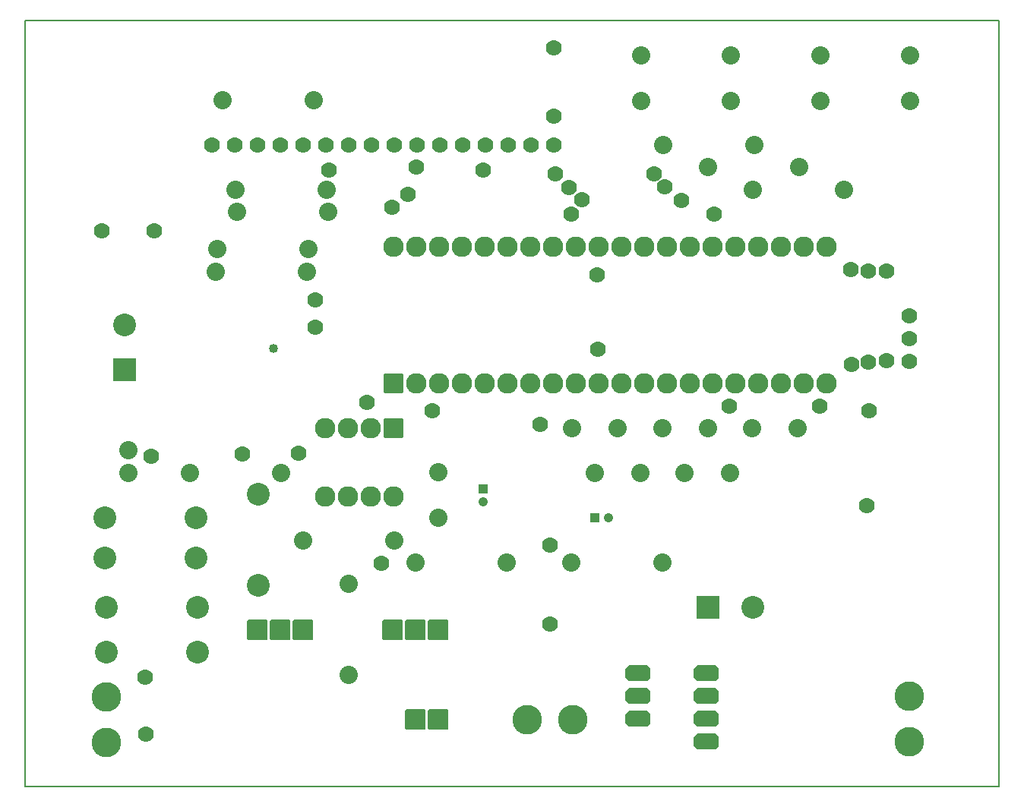
<source format=gbr>
G04 PROTEUS RS274X GERBER FILE*
%FSLAX45Y45*%
%MOMM*%
G01*
%ADD31C,1.016000*%
%ADD70C,1.778000*%
%AMPPAD026*
4,1,36,
-0.952500,1.079500,
0.952500,1.079500,
0.978470,1.076970,
1.002480,1.069700,
1.024080,1.058150,
1.042790,1.042790,
1.058150,1.024070,
1.069700,1.002480,
1.076970,0.978470,
1.079500,0.952500,
1.079500,-0.952500,
1.076970,-0.978470,
1.069700,-1.002480,
1.058150,-1.024070,
1.042790,-1.042790,
1.024080,-1.058150,
1.002480,-1.069700,
0.978470,-1.076970,
0.952500,-1.079500,
-0.952500,-1.079500,
-0.978470,-1.076970,
-1.002480,-1.069700,
-1.024080,-1.058150,
-1.042790,-1.042790,
-1.058150,-1.024070,
-1.069700,-1.002480,
-1.076970,-0.978470,
-1.079500,-0.952500,
-1.079500,0.952500,
-1.076970,0.978470,
-1.069700,1.002480,
-1.058150,1.024070,
-1.042790,1.042790,
-1.024080,1.058150,
-1.002480,1.069700,
-0.978470,1.076970,
-0.952500,1.079500,
0*%
%ADD32PPAD026*%
%ADD23C,2.286000*%
%ADD33C,3.302000*%
%AMPPAD028*
4,1,8,
-1.397000,-0.509800,
-1.397000,0.509800,
-1.017800,0.889000,
1.017800,0.889000,
1.397000,0.509800,
1.397000,-0.509800,
1.017800,-0.889000,
-1.017800,-0.889000,
-1.397000,-0.509800,
0*%
%ADD34PPAD028*%
%ADD17C,2.032000*%
%AMPPAD029*
4,1,4,
-0.525000,0.525000,
0.525000,0.525000,
0.525000,-0.525000,
-0.525000,-0.525000,
-0.525000,0.525000,
0*%
%ADD35PPAD029*%
%ADD21C,1.050000*%
%AMPPAD030*
4,1,36,
1.016000,-1.143000,
-1.016000,-1.143000,
-1.041970,-1.140470,
-1.065980,-1.133200,
-1.087580,-1.121650,
-1.106290,-1.106290,
-1.121650,-1.087570,
-1.133200,-1.065980,
-1.140470,-1.041970,
-1.143000,-1.016000,
-1.143000,1.016000,
-1.140470,1.041970,
-1.133200,1.065980,
-1.121650,1.087570,
-1.106290,1.106290,
-1.087580,1.121650,
-1.065980,1.133200,
-1.041970,1.140470,
-1.016000,1.143000,
1.016000,1.143000,
1.041970,1.140470,
1.065980,1.133200,
1.087580,1.121650,
1.106290,1.106290,
1.121650,1.087570,
1.133200,1.065980,
1.140470,1.041970,
1.143000,1.016000,
1.143000,-1.016000,
1.140470,-1.041970,
1.133200,-1.065980,
1.121650,-1.087570,
1.106290,-1.106290,
1.087580,-1.121650,
1.065980,-1.133200,
1.041970,-1.140470,
1.016000,-1.143000,
0*%
%ADD36PPAD030*%
%ADD37C,2.540000*%
%AMPPAD032*
4,1,36,
-1.143000,1.270000,
1.143000,1.270000,
1.168970,1.267470,
1.192980,1.260200,
1.214580,1.248650,
1.233290,1.233290,
1.248650,1.214570,
1.260200,1.192980,
1.267470,1.168970,
1.270000,1.143000,
1.270000,-1.143000,
1.267470,-1.168970,
1.260200,-1.192980,
1.248650,-1.214570,
1.233290,-1.233290,
1.214580,-1.248650,
1.192980,-1.260200,
1.168970,-1.267470,
1.143000,-1.270000,
-1.143000,-1.270000,
-1.168970,-1.267470,
-1.192980,-1.260200,
-1.214580,-1.248650,
-1.233290,-1.233290,
-1.248650,-1.214570,
-1.260200,-1.192980,
-1.267470,-1.168970,
-1.270000,-1.143000,
-1.270000,1.143000,
-1.267470,1.168970,
-1.260200,1.192980,
-1.248650,1.214570,
-1.233290,1.233290,
-1.214580,1.248650,
-1.192980,1.260200,
-1.168970,1.267470,
-1.143000,1.270000,
0*%
%ADD38PPAD032*%
%ADD25C,0.203200*%
D31*
X-7078860Y+7838661D03*
D70*
X-7094910Y+7838661D03*
X-6028367Y+7843888D03*
X-5475383Y+7541906D03*
X-7067541Y+7541906D03*
X-8894910Y+7762530D03*
X-9772614Y+8031800D03*
X-5840219Y+7692325D03*
X-6948202Y+7697551D03*
X-8050280Y+8026740D03*
X-8794910Y+8062530D03*
D31*
X-10393245Y+6040330D03*
D70*
X-6779422Y+6861107D03*
X-3555910Y+6901530D03*
X-3555910Y+5901530D03*
X-3951805Y+6917609D03*
X-3943966Y+5859277D03*
X-4305910Y+5401530D03*
X-5305910Y+5401530D03*
X-3758873Y+6904986D03*
X-3758873Y+5885851D03*
D31*
X-3751034Y+5878012D03*
D70*
X-3751034Y+5344926D03*
D31*
X-3743194Y+5337086D03*
D70*
X-3774552Y+4286592D03*
X-7311413Y+2964758D03*
X-7304694Y+3851741D03*
X-7267579Y+8629786D03*
X-7262804Y+9393695D03*
X-6150000Y+7984999D03*
X-7250000Y+7984999D03*
X-11813010Y+1736803D03*
X-11819175Y+2377967D03*
D31*
X-9928340Y+6283127D03*
D70*
X-9928340Y+6274307D03*
X-9346257Y+5436460D03*
X-8623062Y+5348266D03*
X-7414799Y+5198335D03*
X-9070058Y+7612530D03*
X-9926360Y+6583132D03*
X-6778128Y+6029312D03*
X-11751238Y+4838174D03*
X-10739130Y+4864093D03*
X-10108463Y+4868683D03*
X-9185221Y+3642028D03*
D31*
X-11717586Y+7346575D03*
D70*
X-12300000Y+7350000D03*
X-11721011Y+7350000D03*
X-11072910Y+8312530D03*
X-10818910Y+8312530D03*
X-10564910Y+8312530D03*
X-10310910Y+8312530D03*
X-10056910Y+8312530D03*
X-9802910Y+8312530D03*
X-9548910Y+8312530D03*
X-9294910Y+8312530D03*
X-9040910Y+8312530D03*
X-8786910Y+8312530D03*
X-8532910Y+8312530D03*
X-8278910Y+8312530D03*
X-8024910Y+8312530D03*
X-7770910Y+8312530D03*
X-7516910Y+8312530D03*
X-7262910Y+8312530D03*
D32*
X-9055910Y+5651530D03*
D23*
X-8801910Y+5651530D03*
X-8547910Y+5651530D03*
X-8293910Y+5651530D03*
X-8039910Y+5651530D03*
X-7785910Y+5651530D03*
X-7531910Y+5651530D03*
X-7277910Y+5651530D03*
X-7023910Y+5651530D03*
X-6769910Y+5651530D03*
X-6515910Y+5651530D03*
X-6261910Y+5651530D03*
X-6007910Y+5651530D03*
X-5753910Y+5651530D03*
X-5499910Y+5651530D03*
X-5245910Y+5651530D03*
X-4991910Y+5651530D03*
X-4737910Y+5651530D03*
X-4483910Y+5651530D03*
X-4229910Y+5651530D03*
X-4229910Y+7175530D03*
X-4483910Y+7175530D03*
X-4737910Y+7175530D03*
X-4991910Y+7175530D03*
X-5245910Y+7175530D03*
X-5499910Y+7175530D03*
X-5753910Y+7175530D03*
X-6007910Y+7175530D03*
X-6261910Y+7175530D03*
X-6515910Y+7175530D03*
X-6769910Y+7175530D03*
X-7023910Y+7175530D03*
X-7277910Y+7175530D03*
X-7531910Y+7175530D03*
X-7785910Y+7175530D03*
X-8039910Y+7175530D03*
X-8293910Y+7175530D03*
X-8547910Y+7175530D03*
X-8801910Y+7175530D03*
X-9055910Y+7175530D03*
D33*
X-12255910Y+2151530D03*
X-12255910Y+1643530D03*
D70*
X-3305910Y+5897530D03*
X-3305910Y+6151530D03*
X-3305910Y+6405530D03*
D34*
X-5567910Y+1655530D03*
X-5567910Y+1909530D03*
X-5567910Y+2163530D03*
X-5567910Y+2417530D03*
X-6329910Y+2417530D03*
X-6329910Y+2163530D03*
X-6329910Y+1909530D03*
D17*
X-6294910Y+9312530D03*
X-6294910Y+8804530D03*
X-3294910Y+9312530D03*
X-3294910Y+8804530D03*
X-5294910Y+9312530D03*
X-5294910Y+8804530D03*
X-4294910Y+9312530D03*
X-4294910Y+8804530D03*
X-6805910Y+4651530D03*
X-6297910Y+4651530D03*
X-6555910Y+5151530D03*
X-7063910Y+5151530D03*
X-6055910Y+5151530D03*
X-5547910Y+5151530D03*
X-5805910Y+4651530D03*
X-5297910Y+4651530D03*
X-5055910Y+5151530D03*
X-4547910Y+5151530D03*
D35*
X-6805910Y+4151530D03*
D21*
X-6655910Y+4151530D03*
D17*
X-10794910Y+7562530D03*
X-9778910Y+7562530D03*
X-11016000Y+7150000D03*
X-10000000Y+7150000D03*
X-9794910Y+7812530D03*
X-10810910Y+7812530D03*
X-9944910Y+8812530D03*
X-10960910Y+8812530D03*
X-6044910Y+8312530D03*
X-5028910Y+8312530D03*
X-5544910Y+8062530D03*
X-4528910Y+8062530D03*
X-5044910Y+7812530D03*
X-4028910Y+7812530D03*
X-10015459Y+6900000D03*
X-11031459Y+6900000D03*
D33*
X-3305910Y+1651530D03*
X-3305910Y+2159530D03*
X-7055910Y+1901530D03*
X-7563910Y+1901530D03*
D36*
X-8555910Y+2901530D03*
X-8809910Y+2901530D03*
X-9063910Y+2901530D03*
X-10055910Y+2901530D03*
X-10309910Y+2901530D03*
X-10563910Y+2901530D03*
D32*
X-9055910Y+5151530D03*
D23*
X-9309910Y+5151530D03*
X-9563910Y+5151530D03*
X-9817910Y+5151530D03*
X-9817910Y+4389530D03*
X-9563910Y+4389530D03*
X-9309910Y+4389530D03*
X-9055910Y+4389530D03*
D17*
X-12005910Y+4651530D03*
X-12005910Y+4905530D03*
X-8555910Y+4151530D03*
X-8555910Y+4659530D03*
D35*
X-8055910Y+4476530D03*
D21*
X-8055910Y+4326530D03*
D17*
X-10055910Y+3901530D03*
X-9039910Y+3901530D03*
X-10305910Y+4651530D03*
X-11321910Y+4651530D03*
X-6055910Y+3651530D03*
X-7071910Y+3651530D03*
D37*
X-11239910Y+2651530D03*
X-12255910Y+2651530D03*
X-11239910Y+3151530D03*
X-12255910Y+3151530D03*
X-12266000Y+3700000D03*
X-11250000Y+3700000D03*
X-12271910Y+4151530D03*
X-11255910Y+4151530D03*
D36*
X-8805910Y+1901530D03*
X-8551910Y+1901530D03*
D17*
X-9555910Y+2401530D03*
X-9555910Y+3417530D03*
D37*
X-10555910Y+4417530D03*
X-10555910Y+3401530D03*
D17*
X-8805910Y+3651530D03*
X-7789910Y+3651530D03*
D38*
X-12050000Y+5800000D03*
D37*
X-12050000Y+6300000D03*
D38*
X-5550000Y+3150000D03*
D37*
X-5050000Y+3150000D03*
D25*
X-13155910Y+1151530D02*
X-2305910Y+1151530D01*
X-2305910Y+9701530D01*
X-13155910Y+9701530D01*
X-13155910Y+1151530D01*
M02*

</source>
